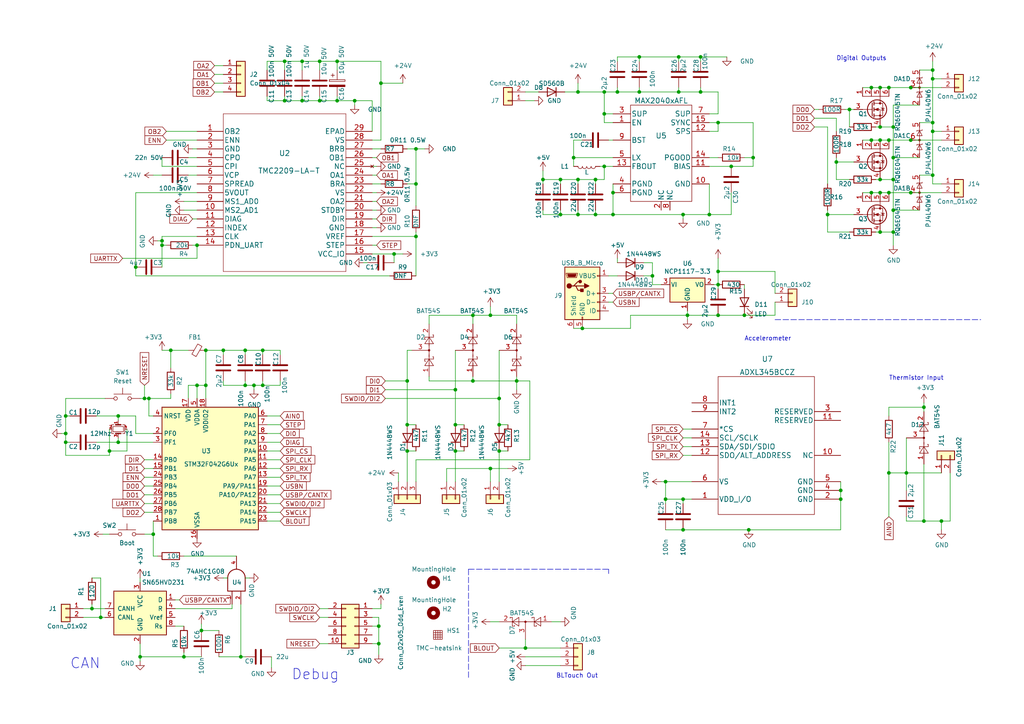
<source format=kicad_sch>
(kicad_sch (version 20211123) (generator eeschema)
  (paper "A4")
  (junction (at 102.87 29.21))
  (junction (at 109.855 181.61))
  (junction (at 29.21 179.07))
  (junction (at 252.73 25.4))
  (junction (at 246.38 31.75))
  (junction (at 132.08 130.81))
  (junction (at 267.97 118.11))
  (junction (at 179.07 26.67))
  (junction (at 208.28 91.44))
  (junction (at 26.67 176.53))
  (junction (at 43.18 115.57))
  (junction (at 240.03 62.23))
  (junction (at 97.79 29.21))
  (junction (at 189.23 80.01))
  (junction (at 120.65 68.58))
  (junction (at 255.27 36.83))
  (junction (at 259.08 60.96))
  (junction (at 167.64 26.67))
  (junction (at 59.69 101.6))
  (junction (at 168.91 95.25))
  (junction (at 264.16 55.88))
  (junction (at 218.44 45.72))
  (junction (at 87.63 17.78))
  (junction (at 255.27 55.88))
  (junction (at 19.05 120.65))
  (junction (at 144.78 123.19))
  (junction (at 46.99 69.85))
  (junction (at 215.9 91.44))
  (junction (at 73.66 111.76))
  (junction (at 34.29 128.27))
  (junction (at 243.84 142.24))
  (junction (at 257.81 55.88))
  (junction (at 255.27 67.31))
  (junction (at 162.56 62.23))
  (junction (at 198.12 153.67))
  (junction (at 208.28 35.56))
  (junction (at 132.08 113.03))
  (junction (at 175.26 48.26))
  (junction (at 270.51 20.32))
  (junction (at 177.8 55.88))
  (junction (at 167.64 62.23))
  (junction (at 196.85 26.67))
  (junction (at 58.42 182.88))
  (junction (at 118.11 130.81))
  (junction (at 41.91 115.57))
  (junction (at 203.2 26.67))
  (junction (at 19.05 125.73))
  (junction (at 177.8 62.23))
  (junction (at 71.12 101.6))
  (junction (at 166.37 45.72))
  (junction (at 270.51 22.86))
  (junction (at 92.71 17.78))
  (junction (at 87.63 29.21))
  (junction (at 118.11 123.19))
  (junction (at 82.55 17.78))
  (junction (at 196.85 16.51))
  (junction (at 259.08 45.72))
  (junction (at 259.08 36.83))
  (junction (at 270.51 50.8))
  (junction (at 198.12 144.78))
  (junction (at 257.81 40.64))
  (junction (at 199.39 91.44))
  (junction (at 172.72 62.23))
  (junction (at 270.51 38.1))
  (junction (at 144.78 115.57))
  (junction (at 34.29 120.65))
  (junction (at 49.53 101.6))
  (junction (at 71.12 111.76))
  (junction (at 149.86 110.49))
  (junction (at 185.42 16.51))
  (junction (at 46.99 71.12))
  (junction (at 270.51 35.56))
  (junction (at 242.57 46.99))
  (junction (at 212.09 48.26))
  (junction (at 44.45 154.94))
  (junction (at 82.55 29.21))
  (junction (at 97.79 17.78))
  (junction (at 252.73 40.64))
  (junction (at 118.11 110.49))
  (junction (at 255.27 52.07))
  (junction (at 264.16 25.4))
  (junction (at 144.78 130.81))
  (junction (at 69.85 190.5))
  (junction (at 259.08 52.07))
  (junction (at 137.16 110.49))
  (junction (at 185.42 26.67))
  (junction (at 255.27 25.4))
  (junction (at 109.855 186.69))
  (junction (at 243.84 144.78))
  (junction (at 175.26 26.67))
  (junction (at 172.72 52.07))
  (junction (at 137.16 91.44))
  (junction (at 142.24 91.44))
  (junction (at 198.12 62.23))
  (junction (at 132.08 123.19))
  (junction (at 257.81 25.4))
  (junction (at 262.89 137.16))
  (junction (at 162.56 52.07))
  (junction (at 273.05 151.13))
  (junction (at 110.49 24.13))
  (junction (at 193.04 139.7))
  (junction (at 19.05 128.27))
  (junction (at 120.65 43.18))
  (junction (at 57.15 111.76))
  (junction (at 53.34 190.5))
  (junction (at 40.64 190.5))
  (junction (at 252.73 55.88))
  (junction (at 217.17 153.67))
  (junction (at 208.28 78.74))
  (junction (at 114.3 73.66))
  (junction (at 267.97 151.13))
  (junction (at 157.48 52.07))
  (junction (at 264.16 40.64))
  (junction (at 76.2 111.76))
  (junction (at 167.64 52.07))
  (junction (at 120.65 53.34))
  (junction (at 92.71 29.21))
  (junction (at 257.81 137.16))
  (junction (at 59.69 111.76))
  (junction (at 203.2 16.51))
  (junction (at 31.75 130.81))
  (junction (at 152.4 187.96))
  (junction (at 142.24 135.89))
  (junction (at 205.74 62.23))
  (junction (at 193.04 144.78))
  (junction (at 39.37 77.47))
  (junction (at 255.27 40.64))
  (junction (at 57.15 71.12))
  (junction (at 64.77 101.6))
  (junction (at 259.08 67.31))
  (junction (at 208.28 82.55))
  (junction (at 175.26 33.02))
  (junction (at 76.2 101.6))
  (wire (pts (xy 55.88 71.12) (xy 57.15 71.12)))
  (wire (pts (xy 142.24 88.9) (xy 142.24 91.44)))
  (wire (pts (xy 267.97 118.11) (xy 257.81 118.11)))
  (wire (pts (xy 152.4 187.96) (xy 162.56 187.96)))
  (wire (pts (xy 175.26 52.07) (xy 172.72 52.07)))
  (wire (pts (xy 142.24 135.89) (xy 142.24 139.7)))
  (wire (pts (xy 107.95 58.42) (xy 109.22 58.42)))
  (wire (pts (xy 203.2 16.51) (xy 210.82 16.51)))
  (wire (pts (xy 172.72 60.96) (xy 172.72 62.23)))
  (wire (pts (xy 179.07 16.51) (xy 179.07 17.78)))
  (wire (pts (xy 45.72 69.85) (xy 46.99 69.85)))
  (wire (pts (xy 107.95 50.8) (xy 109.22 50.8)))
  (wire (pts (xy 55.88 63.5) (xy 57.15 63.5)))
  (wire (pts (xy 77.47 130.81) (xy 81.28 130.81)))
  (wire (pts (xy 149.86 110.49) (xy 153.67 110.49)))
  (wire (pts (xy 43.18 115.57) (xy 49.53 115.57)))
  (wire (pts (xy 34.29 128.27) (xy 44.45 128.27)))
  (wire (pts (xy 243.84 142.24) (xy 243.84 139.7)))
  (wire (pts (xy 176.53 80.01) (xy 179.07 80.01)))
  (wire (pts (xy 35.56 74.93) (xy 57.15 74.93)))
  (wire (pts (xy 73.66 111.76) (xy 76.2 111.76)))
  (wire (pts (xy 49.53 114.3) (xy 49.53 115.57)))
  (wire (pts (xy 199.39 91.44) (xy 199.39 92.71)))
  (wire (pts (xy 255.27 25.4) (xy 257.81 25.4)))
  (wire (pts (xy 81.28 110.49) (xy 81.28 111.76)))
  (wire (pts (xy 87.63 27.94) (xy 87.63 29.21)))
  (wire (pts (xy 152.4 190.5) (xy 162.56 190.5)))
  (wire (pts (xy 185.42 16.51) (xy 185.42 17.78)))
  (wire (pts (xy 95.25 176.53) (xy 92.71 176.53)))
  (wire (pts (xy 77.47 135.89) (xy 81.28 135.89)))
  (wire (pts (xy 250.19 25.4) (xy 252.73 25.4)))
  (wire (pts (xy 144.78 123.19) (xy 147.32 123.19)))
  (wire (pts (xy 240.03 36.83) (xy 240.03 53.34)))
  (wire (pts (xy 198.12 153.67) (xy 217.17 153.67)))
  (wire (pts (xy 167.64 62.23) (xy 172.72 62.23)))
  (wire (pts (xy 182.88 91.44) (xy 182.88 95.25)))
  (wire (pts (xy 107.95 176.53) (xy 110.49 176.53)))
  (wire (pts (xy 77.47 120.65) (xy 81.28 120.65)))
  (wire (pts (xy 270.51 50.8) (xy 270.51 53.34)))
  (wire (pts (xy 259.08 30.48) (xy 259.08 36.83)))
  (wire (pts (xy 62.23 21.59) (xy 64.77 21.59)))
  (wire (pts (xy 205.74 48.26) (xy 212.09 48.26)))
  (wire (pts (xy 77.47 138.43) (xy 81.28 138.43)))
  (wire (pts (xy 142.24 135.89) (xy 147.32 135.89)))
  (wire (pts (xy 262.89 149.86) (xy 262.89 151.13)))
  (wire (pts (xy 63.5 190.5) (xy 69.85 190.5)))
  (wire (pts (xy 57.15 68.58) (xy 46.99 68.58)))
  (wire (pts (xy 270.51 20.32) (xy 270.51 22.86)))
  (wire (pts (xy 53.34 189.23) (xy 53.34 190.5)))
  (wire (pts (xy 262.89 151.13) (xy 267.97 151.13)))
  (wire (pts (xy 198.12 144.78) (xy 198.12 146.05)))
  (wire (pts (xy 176.53 85.09) (xy 177.8 85.09)))
  (wire (pts (xy 69.85 175.26) (xy 69.85 190.5)))
  (wire (pts (xy 252.73 55.88) (xy 255.27 55.88)))
  (wire (pts (xy 157.48 60.96) (xy 157.48 62.23)))
  (wire (pts (xy 254 52.07) (xy 255.27 52.07)))
  (wire (pts (xy 41.91 146.05) (xy 44.45 146.05)))
  (wire (pts (xy 64.77 102.87) (xy 64.77 101.6)))
  (wire (pts (xy 97.79 29.21) (xy 102.87 29.21)))
  (wire (pts (xy 257.81 137.16) (xy 262.89 137.16)))
  (wire (pts (xy 24.13 179.07) (xy 29.21 179.07)))
  (wire (pts (xy 107.95 181.61) (xy 109.855 181.61)))
  (wire (pts (xy 57.15 74.93) (xy 57.15 71.12)))
  (wire (pts (xy 114.3 73.66) (xy 114.3 76.2)))
  (wire (pts (xy 118.11 53.34) (xy 120.65 53.34)))
  (wire (pts (xy 44.45 120.65) (xy 43.18 120.65)))
  (wire (pts (xy 149.86 109.22) (xy 149.86 110.49)))
  (wire (pts (xy 186.69 76.2) (xy 189.23 76.2)))
  (wire (pts (xy 132.08 130.81) (xy 132.08 139.7)))
  (wire (pts (xy 82.55 27.94) (xy 82.55 29.21)))
  (wire (pts (xy 218.44 45.72) (xy 218.44 35.56)))
  (wire (pts (xy 199.39 91.44) (xy 182.88 91.44)))
  (wire (pts (xy 242.57 45.72) (xy 242.57 46.99)))
  (wire (pts (xy 87.63 29.21) (xy 92.71 29.21)))
  (wire (pts (xy 270.51 17.78) (xy 270.51 20.32)))
  (wire (pts (xy 132.08 113.03) (xy 132.08 123.19)))
  (wire (pts (xy 118.11 101.6) (xy 118.11 110.49)))
  (wire (pts (xy 129.54 135.89) (xy 142.24 135.89)))
  (wire (pts (xy 76.2 101.6) (xy 71.12 101.6)))
  (wire (pts (xy 44.45 154.94) (xy 44.45 161.29)))
  (wire (pts (xy 41.91 154.94) (xy 44.45 154.94)))
  (wire (pts (xy 71.12 110.49) (xy 71.12 111.76)))
  (wire (pts (xy 208.28 82.55) (xy 208.28 83.82)))
  (wire (pts (xy 224.79 85.09) (xy 224.79 78.74)))
  (wire (pts (xy 198.12 144.78) (xy 193.04 144.78)))
  (wire (pts (xy 111.76 113.03) (xy 132.08 113.03)))
  (wire (pts (xy 40.64 186.69) (xy 40.64 190.5)))
  (wire (pts (xy 19.05 128.27) (xy 19.05 132.08)))
  (wire (pts (xy 50.8 173.99) (xy 52.07 173.99)))
  (wire (pts (xy 255.27 55.88) (xy 257.81 55.88)))
  (wire (pts (xy 246.38 67.31) (xy 240.03 67.31)))
  (wire (pts (xy 266.7 35.56) (xy 270.51 35.56)))
  (wire (pts (xy 144.78 115.57) (xy 144.78 123.19)))
  (wire (pts (xy 41.91 115.57) (xy 43.18 115.57)))
  (wire (pts (xy 81.28 101.6) (xy 76.2 101.6)))
  (wire (pts (xy 120.65 133.35) (xy 153.67 133.35)))
  (wire (pts (xy 242.57 46.99) (xy 242.57 52.07)))
  (wire (pts (xy 73.66 111.76) (xy 73.66 113.03)))
  (wire (pts (xy 76.2 110.49) (xy 76.2 111.76)))
  (wire (pts (xy 264.16 40.64) (xy 273.05 40.64)))
  (wire (pts (xy 240.03 62.23) (xy 247.65 62.23)))
  (wire (pts (xy 199.39 91.44) (xy 199.39 90.17)))
  (wire (pts (xy 64.77 110.49) (xy 64.77 111.76)))
  (wire (pts (xy 132.08 123.19) (xy 134.62 123.19)))
  (wire (pts (xy 203.2 16.51) (xy 196.85 16.51)))
  (wire (pts (xy 36.83 130.81) (xy 31.75 130.81)))
  (wire (pts (xy 120.65 53.34) (xy 120.65 59.69)))
  (wire (pts (xy 198.12 62.23) (xy 205.74 62.23)))
  (wire (pts (xy 243.84 153.67) (xy 243.84 144.78)))
  (wire (pts (xy 203.2 17.78) (xy 203.2 16.51)))
  (wire (pts (xy 40.64 190.5) (xy 53.34 190.5)))
  (wire (pts (xy 54.61 45.72) (xy 57.15 45.72)))
  (wire (pts (xy 71.12 167.64) (xy 72.39 167.64)))
  (wire (pts (xy 144.78 130.81) (xy 147.32 130.81)))
  (wire (pts (xy 217.17 153.67) (xy 243.84 153.67)))
  (wire (pts (xy 57.15 48.26) (xy 46.99 48.26)))
  (wire (pts (xy 137.16 91.44) (xy 142.24 91.44)))
  (wire (pts (xy 167.64 60.96) (xy 167.64 62.23)))
  (wire (pts (xy 97.79 17.78) (xy 97.79 20.32)))
  (wire (pts (xy 255.27 52.07) (xy 259.08 52.07)))
  (wire (pts (xy 44.45 151.13) (xy 44.45 154.94)))
  (polyline (pts (xy 135.89 165.1) (xy 176.53 165.1)))
  (wire (pts (xy 54.61 50.8) (xy 57.15 50.8)))
  (wire (pts (xy 240.03 62.23) (xy 240.03 67.31)))
  (wire (pts (xy 77.47 27.94) (xy 77.47 29.21)))
  (wire (pts (xy 157.48 49.53) (xy 157.48 52.07)))
  (wire (pts (xy 119.38 101.6) (xy 118.11 101.6)))
  (wire (pts (xy 259.08 52.07) (xy 259.08 60.96)))
  (wire (pts (xy 59.69 111.76) (xy 59.69 115.57)))
  (wire (pts (xy 118.11 130.81) (xy 118.11 139.7)))
  (wire (pts (xy 198.12 62.23) (xy 198.12 63.5)))
  (wire (pts (xy 118.11 130.81) (xy 120.65 130.81)))
  (wire (pts (xy 87.63 17.78) (xy 82.55 17.78)))
  (wire (pts (xy 110.49 24.13) (xy 116.84 24.13)))
  (wire (pts (xy 254 36.83) (xy 255.27 36.83)))
  (wire (pts (xy 102.87 29.21) (xy 102.87 30.48)))
  (wire (pts (xy 203.2 26.67) (xy 196.85 26.67)))
  (wire (pts (xy 36.83 124.46) (xy 36.83 130.81)))
  (wire (pts (xy 110.49 17.78) (xy 110.49 24.13)))
  (wire (pts (xy 175.26 48.26) (xy 175.26 52.07)))
  (wire (pts (xy 46.99 71.12) (xy 48.26 71.12)))
  (wire (pts (xy 262.89 137.16) (xy 273.05 137.16)))
  (wire (pts (xy 262.89 127) (xy 262.89 137.16)))
  (wire (pts (xy 40.64 115.57) (xy 41.91 115.57)))
  (wire (pts (xy 71.12 101.6) (xy 64.77 101.6)))
  (wire (pts (xy 45.72 161.29) (xy 44.45 161.29)))
  (wire (pts (xy 132.08 130.81) (xy 134.62 130.81)))
  (wire (pts (xy 48.26 40.64) (xy 57.15 40.64)))
  (wire (pts (xy 166.37 95.25) (xy 168.91 95.25)))
  (wire (pts (xy 208.28 78.74) (xy 208.28 82.55)))
  (wire (pts (xy 110.49 24.13) (xy 110.49 40.64)))
  (wire (pts (xy 257.81 137.16) (xy 257.81 149.86)))
  (wire (pts (xy 137.16 93.98) (xy 137.16 91.44)))
  (wire (pts (xy 185.42 25.4) (xy 185.42 26.67)))
  (wire (pts (xy 193.04 139.7) (xy 200.66 139.7)))
  (wire (pts (xy 243.84 144.78) (xy 243.84 142.24)))
  (wire (pts (xy 109.855 186.69) (xy 107.95 186.69)))
  (wire (pts (xy 142.24 180.34) (xy 144.78 180.34)))
  (wire (pts (xy 39.37 55.88) (xy 57.15 55.88)))
  (wire (pts (xy 177.8 53.34) (xy 177.8 55.88)))
  (wire (pts (xy 218.44 48.26) (xy 218.44 45.72)))
  (wire (pts (xy 53.34 190.5) (xy 58.42 190.5)))
  (wire (pts (xy 27.94 120.65) (xy 34.29 120.65)))
  (wire (pts (xy 71.12 111.76) (xy 73.66 111.76)))
  (wire (pts (xy 109.855 186.69) (xy 109.855 189.865)))
  (wire (pts (xy 224.79 87.63) (xy 224.79 91.44)))
  (wire (pts (xy 46.99 68.58) (xy 46.99 69.85)))
  (wire (pts (xy 266.7 50.8) (xy 270.51 50.8)))
  (wire (pts (xy 172.72 52.07) (xy 172.72 53.34)))
  (wire (pts (xy 76.2 111.76) (xy 81.28 111.76)))
  (wire (pts (xy 109.855 181.61) (xy 109.855 186.69)))
  (wire (pts (xy 62.23 19.05) (xy 64.77 19.05)))
  (wire (pts (xy 236.22 31.75) (xy 237.49 31.75)))
  (wire (pts (xy 46.99 71.12) (xy 46.99 77.47)))
  (wire (pts (xy 177.8 35.56) (xy 175.26 35.56)))
  (wire (pts (xy 255.27 67.31) (xy 259.08 67.31)))
  (wire (pts (xy 162.56 60.96) (xy 162.56 62.23)))
  (wire (pts (xy 149.86 93.98) (xy 149.86 91.44)))
  (wire (pts (xy 107.95 63.5) (xy 109.22 63.5)))
  (wire (pts (xy 177.8 55.88) (xy 177.8 62.23)))
  (polyline (pts (xy 176.53 165.1) (xy 176.53 166.37)))
  (wire (pts (xy 275.59 137.16) (xy 275.59 151.13)))
  (wire (pts (xy 118.11 123.19) (xy 120.65 123.19)))
  (wire (pts (xy 107.95 43.18) (xy 110.49 43.18)))
  (wire (pts (xy 107.95 53.34) (xy 110.49 53.34)))
  (wire (pts (xy 264.16 25.4) (xy 273.05 25.4)))
  (wire (pts (xy 43.18 120.65) (xy 43.18 115.57)))
  (wire (pts (xy 54.61 111.76) (xy 54.61 115.57)))
  (wire (pts (xy 205.74 35.56) (xy 208.28 35.56)))
  (wire (pts (xy 77.47 133.35) (xy 81.28 133.35)))
  (wire (pts (xy 137.16 109.22) (xy 137.16 110.49)))
  (wire (pts (xy 58.42 182.88) (xy 63.5 182.88)))
  (wire (pts (xy 19.05 128.27) (xy 20.32 128.27)))
  (wire (pts (xy 153.67 110.49) (xy 153.67 133.35)))
  (wire (pts (xy 208.28 38.1) (xy 208.28 35.56)))
  (wire (pts (xy 255.27 36.83) (xy 259.08 36.83)))
  (wire (pts (xy 77.47 123.19) (xy 81.28 123.19)))
  (wire (pts (xy 267.97 118.11) (xy 267.97 119.38)))
  (wire (pts (xy 273.05 151.13) (xy 275.59 151.13)))
  (wire (pts (xy 264.16 55.88) (xy 273.05 55.88)))
  (wire (pts (xy 259.08 60.96) (xy 266.7 60.96)))
  (wire (pts (xy 267.97 151.13) (xy 273.05 151.13)))
  (wire (pts (xy 82.55 17.78) (xy 77.47 17.78)))
  (wire (pts (xy 175.26 35.56) (xy 175.26 33.02)))
  (wire (pts (xy 92.71 29.21) (xy 97.79 29.21)))
  (wire (pts (xy 167.64 24.13) (xy 167.64 26.67)))
  (wire (pts (xy 34.29 127) (xy 34.29 128.27)))
  (wire (pts (xy 77.47 125.73) (xy 81.28 125.73)))
  (wire (pts (xy 185.42 16.51) (xy 179.07 16.51)))
  (wire (pts (xy 167.64 52.07) (xy 172.72 52.07)))
  (wire (pts (xy 92.71 186.69) (xy 95.25 186.69)))
  (wire (pts (xy 212.09 55.88) (xy 212.09 62.23)))
  (wire (pts (xy 53.34 60.96) (xy 57.15 60.96)))
  (wire (pts (xy 198.12 129.54) (xy 200.66 129.54)))
  (wire (pts (xy 124.46 109.22) (xy 124.46 110.49)))
  (wire (pts (xy 107.95 29.21) (xy 107.95 38.1)))
  (wire (pts (xy 129.54 135.89) (xy 129.54 139.7)))
  (wire (pts (xy 77.47 17.78) (xy 77.47 20.32)))
  (wire (pts (xy 69.85 190.5) (xy 71.12 190.5)))
  (wire (pts (xy 46.99 48.26) (xy 46.99 45.72)))
  (wire (pts (xy 179.07 26.67) (xy 175.26 26.67)))
  (wire (pts (xy 250.19 40.64) (xy 252.73 40.64)))
  (wire (pts (xy 196.85 26.67) (xy 185.42 26.67)))
  (wire (pts (xy 64.77 111.76) (xy 71.12 111.76)))
  (wire (pts (xy 212.09 48.26) (xy 218.44 48.26)))
  (wire (pts (xy 76.2 102.87) (xy 76.2 101.6)))
  (wire (pts (xy 208.28 91.44) (xy 215.9 91.44)))
  (wire (pts (xy 34.29 120.65) (xy 39.37 120.65)))
  (wire (pts (xy 208.28 91.44) (xy 199.39 91.44)))
  (polyline (pts (xy 224.79 92.71) (xy 284.48 92.71)))
  (wire (pts (xy 273.05 153.67) (xy 273.05 151.13)))
  (wire (pts (xy 19.05 120.65) (xy 19.05 125.73)))
  (wire (pts (xy 114.3 73.66) (xy 116.84 73.66)))
  (wire (pts (xy 97.79 17.78) (xy 92.71 17.78)))
  (wire (pts (xy 41.91 143.51) (xy 44.45 143.51)))
  (wire (pts (xy 50.8 181.61) (xy 53.34 181.61)))
  (wire (pts (xy 177.8 62.23) (xy 198.12 62.23)))
  (wire (pts (xy 246.38 52.07) (xy 242.57 52.07)))
  (wire (pts (xy 173.99 48.26) (xy 175.26 48.26)))
  (wire (pts (xy 259.08 60.96) (xy 259.08 67.31)))
  (wire (pts (xy 224.79 78.74) (xy 208.28 78.74)))
  (wire (pts (xy 77.47 140.97) (xy 81.28 140.97)))
  (wire (pts (xy 77.47 146.05) (xy 81.28 146.05)))
  (wire (pts (xy 30.48 115.57) (xy 19.05 115.57)))
  (wire (pts (xy 77.47 128.27) (xy 81.28 128.27)))
  (wire (pts (xy 17.78 125.73) (xy 19.05 125.73)))
  (wire (pts (xy 111.76 110.49) (xy 118.11 110.49)))
  (wire (pts (xy 152.4 26.67) (xy 156.21 26.67)))
  (wire (pts (xy 44.45 125.73) (xy 39.37 125.73)))
  (wire (pts (xy 26.67 175.26) (xy 26.67 176.53)))
  (wire (pts (xy 41.91 135.89) (xy 44.45 135.89)))
  (wire (pts (xy 205.74 38.1) (xy 208.28 38.1)))
  (wire (pts (xy 189.23 80.01) (xy 189.23 82.55)))
  (wire (pts (xy 160.02 180.34) (xy 162.56 180.34)))
  (wire (pts (xy 58.42 180.975) (xy 58.42 182.88)))
  (wire (pts (xy 107.95 179.07) (xy 109.855 179.07)))
  (wire (pts (xy 142.24 91.44) (xy 149.86 91.44)))
  (wire (pts (xy 77.47 29.21) (xy 82.55 29.21)))
  (wire (pts (xy 193.04 153.67) (xy 198.12 153.67)))
  (wire (pts (xy 245.11 31.75) (xy 246.38 31.75)))
  (wire (pts (xy 110.49 17.78) (xy 97.79 17.78)))
  (wire (pts (xy 236.22 34.29) (xy 242.57 34.29)))
  (wire (pts (xy 266.7 30.48) (xy 259.08 30.48)))
  (wire (pts (xy 267.97 116.84) (xy 267.97 118.11)))
  (wire (pts (xy 167.64 52.07) (xy 167.64 53.34)))
  (wire (pts (xy 120.65 133.35) (xy 120.65 139.7)))
  (wire (pts (xy 240.03 60.96) (xy 240.03 62.23)))
  (wire (pts (xy 236.22 36.83) (xy 240.03 36.83)))
  (wire (pts (xy 193.04 139.7) (xy 193.04 144.78)))
  (wire (pts (xy 26.67 176.53) (xy 30.48 176.53)))
  (wire (pts (xy 29.845 154.94) (xy 31.75 154.94)))
  (wire (pts (xy 208.28 35.56) (xy 218.44 35.56)))
  (wire (pts (xy 196.85 16.51) (xy 185.42 16.51)))
  (wire (pts (xy 267.97 134.62) (xy 267.97 151.13)))
  (wire (pts (xy 208.28 33.02) (xy 208.28 26.67)))
  (wire (pts (xy 97.79 27.94) (xy 97.79 29.21)))
  (wire (pts (xy 115.57 137.16) (xy 115.57 139.7)))
  (wire (pts (xy 242.57 46.99) (xy 247.65 46.99)))
  (wire (pts (xy 144.78 130.81) (xy 144.78 139.7)))
  (wire (pts (xy 49.53 101.6) (xy 49.53 106.68)))
  (wire (pts (xy 198.12 132.08) (xy 200.66 132.08)))
  (wire (pts (xy 120.65 68.58) (xy 120.65 80.01)))
  (wire (pts (xy 19.05 115.57) (xy 19.05 120.65)))
  (wire (pts (xy 144.78 115.57) (xy 144.78 101.6)))
  (wire (pts (xy 208.28 26.67) (xy 203.2 26.67)))
  (wire (pts (xy 186.69 80.01) (xy 189.23 80.01)))
  (wire (pts (xy 107.95 73.66) (xy 114.3 73.66)))
  (wire (pts (xy 87.63 17.78) (xy 87.63 20.32)))
  (wire (pts (xy 41.91 140.97) (xy 44.45 140.97)))
  (wire (pts (xy 152.4 193.04) (xy 162.56 193.04)))
  (polyline (pts (xy 135.89 165.1) (xy 135.89 196.85)))
  (wire (pts (xy 107.95 55.88) (xy 109.22 55.88)))
  (wire (pts (xy 120.65 43.18) (xy 123.19 43.18)))
  (wire (pts (xy 50.8 176.53) (xy 67.31 176.53)))
  (wire (pts (xy 41.91 148.59) (xy 44.45 148.59)))
  (wire (pts (xy 54.61 111.76) (xy 57.15 111.76)))
  (wire (pts (xy 41.91 111.76) (xy 41.91 115.57)))
  (wire (pts (xy 40.64 167.64) (xy 40.64 168.91)))
  (wire (pts (xy 270.51 38.1) (xy 273.05 38.1)))
  (wire (pts (xy 224.79 91.44) (xy 215.9 91.44)))
  (wire (pts (xy 120.65 67.31) (xy 120.65 68.58)))
  (wire (pts (xy 107.95 71.12) (xy 109.22 71.12)))
  (wire (pts (xy 152.4 29.21) (xy 154.94 29.21)))
  (wire (pts (xy 175.26 26.67) (xy 175.26 33.02)))
  (wire (pts (xy 196.85 25.4) (xy 196.85 26.67)))
  (wire (pts (xy 198.12 127) (xy 200.66 127)))
  (wire (pts (xy 259.08 45.72) (xy 259.08 52.07)))
  (wire (pts (xy 166.37 40.64) (xy 168.91 40.64)))
  (wire (pts (xy 205.74 53.34) (xy 205.74 62.23)))
  (wire (pts (xy 215.9 45.72) (xy 218.44 45.72)))
  (wire (pts (xy 110.49 40.64) (xy 107.95 40.64)))
  (wire (pts (xy 198.12 124.46) (xy 200.66 124.46)))
  (wire (pts (xy 124.46 93.98) (xy 124.46 91.44)))
  (wire (pts (xy 191.77 139.7) (xy 193.04 139.7)))
  (wire (pts (xy 257.81 128.27) (xy 257.81 137.16)))
  (wire (pts (xy 215.9 82.55) (xy 215.9 83.82)))
  (wire (pts (xy 82.55 29.21) (xy 87.63 29.21)))
  (wire (pts (xy 102.87 29.21) (xy 107.95 29.21)))
  (wire (pts (xy 92.71 17.78) (xy 87.63 17.78)))
  (wire (pts (xy 137.16 110.49) (xy 149.86 110.49)))
  (wire (pts (xy 270.51 35.56) (xy 270.51 38.1)))
  (wire (pts (xy 254 67.31) (xy 255.27 67.31)))
  (wire (pts (xy 266.7 20.32) (xy 270.51 20.32)))
  (wire (pts (xy 166.37 45.72) (xy 166.37 48.26)))
  (wire (pts (xy 34.29 120.65) (xy 34.29 121.92)))
  (wire (pts (xy 107.95 68.58) (xy 120.65 68.58)))
  (wire (pts (xy 270.51 22.86) (xy 273.05 22.86)))
  (wire (pts (xy 157.48 52.07) (xy 162.56 52.07)))
  (wire (pts (xy 124.46 110.49) (xy 137.16 110.49)))
  (wire (pts (xy 259.08 67.31) (xy 259.08 71.12)))
  (wire (pts (xy 179.07 25.4) (xy 179.07 26.67)))
  (wire (pts (xy 109.855 179.07) (xy 109.855 181.61)))
  (wire (pts (xy 110.49 175.26) (xy 110.49 176.53)))
  (wire (pts (xy 162.56 52.07) (xy 162.56 53.34)))
  (wire (pts (xy 152.4 187.96) (xy 144.78 187.96)))
  (wire (pts (xy 107.95 60.96) (xy 109.22 60.96)))
  (wire (pts (xy 39.37 55.88) (xy 39.37 77.47)))
  (wire (pts (xy 107.95 66.04) (xy 109.22 66.04)))
  (wire (pts (xy 55.88 43.18) (xy 57.15 43.18)))
  (wire (pts (xy 259.08 36.83) (xy 259.08 45.72)))
  (wire (pts (xy 40.64 190.5) (xy 40.64 191.77)))
  (wire (pts (xy 179.07 74.93) (xy 179.07 76.2)))
  (wire (pts (xy 118.11 43.18) (xy 120.65 43.18)))
  (wire (pts (xy 205.74 33.02) (xy 208.28 33.02)))
  (wire (pts (xy 19.05 132.08) (xy 31.75 132.08)))
  (wire (pts (xy 252.73 25.4) (xy 255.27 25.4)))
  (wire (pts (xy 176.53 40.64) (xy 177.8 40.64)))
  (wire (pts (xy 19.05 125.73) (xy 19.05 128.27)))
  (wire (pts (xy 77.47 148.59) (xy 81.28 148.59)))
  (wire (pts (xy 259.08 45.72) (xy 266.7 45.72)))
  (wire (pts (xy 26.67 167.64) (xy 29.21 167.64)))
  (wire (pts (xy 31.75 124.46) (xy 31.75 130.81)))
  (wire (pts (xy 77.47 151.13) (xy 81.28 151.13)))
  (wire (pts (xy 157.48 62.23) (xy 162.56 62.23)))
  (wire (pts (xy 205.74 45.72) (xy 208.28 45.72)))
  (wire (pts (xy 120.65 43.18) (xy 120.65 53.34)))
  (wire (pts (xy 48.26 38.1) (xy 57.15 38.1)))
  (wire (pts (xy 262.89 142.24) (xy 262.89 137.16)))
  (wire (pts (xy 270.51 38.1) (xy 270.51 50.8)))
  (wire (pts (xy 193.04 144.78) (xy 193.04 146.05)))
  (wire (pts (xy 39.37 125.73) (xy 39.37 120.65)))
  (wire (pts (xy 27.94 128.27) (xy 34.29 128.27)))
  (wire (pts (xy 270.51 22.86) (xy 270.51 35.56)))
  (wire (pts (xy 246.38 36.83) (xy 246.38 31.75)))
  (wire (pts (xy 152.4 185.42) (xy 152.4 187.96)))
  (wire (pts (xy 176.53 87.63) (xy 177.8 87.63)))
  (wire (pts (xy 81.28 102.87) (xy 81.28 101.6)))
  (wire (pts (xy 59.69 101.6) (xy 64.77 101.6)))
  (wire (pts (xy 29.21 179.07) (xy 30.48 179.07)))
  (wire (pts (xy 105.41 76.2) (xy 106.68 76.2)))
  (wire (pts (xy 257.81 25.4) (xy 264.16 25.4)))
  (wire (pts (xy 107.95 48.26) (xy 109.22 48.26)))
  (wire (pts (xy 95.25 179.07) (xy 92.71 179.07)))
  (wire (pts (xy 205.74 62.23) (xy 212.09 62.23)))
  (wire (pts (xy 49.53 101.6) (xy 54.61 101.6)))
  (wire (pts (xy 189.23 82.55) (xy 191.77 82.55)))
  (wire (pts (xy 255.27 40.64) (xy 257.81 40.64)))
  (wire (pts (xy 71.12 102.87) (xy 71.12 101.6)))
  (wire (pts (xy 149.86 110.49) (xy 149.86 113.03)))
  (wire (pts (xy 207.01 82.55) (xy 208.28 82.55)))
  (wire (pts (xy 252.73 40.64) (xy 255.27 40.64)))
  (wire (pts (xy 200.66 144.78) (xy 198.12 144.78)))
  (wire (pts (xy 62.23 24.13) (xy 64.77 24.13)))
  (wire (pts (xy 111.76 115.57) (xy 144.78 115.57)))
  (wire (pts (xy 196.85 16.51) (xy 196.85 17.78)))
  (wire (pts (xy 62.23 26.67) (xy 64.77 26.67)))
  (wire (pts (xy 107.95 45.72) (xy 109.22 45.72)))
  (wire (pts (xy 175.26 33.02) (xy 177.8 33.02)))
  (wire (pts (xy 57.15 111.76) (xy 59.69 111.76)))
  (wire (pts (xy 166.37 45.72) (xy 166.37 40.64)))
  (wire (pts (xy 185.42 26.67) (xy 179.07 26.67)))
  (wire (pts (xy 203.2 25.4) (xy 203.2 26.67)))
  (wire (pts (xy 182.88 95.25) (xy 168.91 95.25)))
  (wire (pts (xy 163.83 26.67) (xy 167.64 26.67)))
  (wire (pts (xy 29.21 167.64) (xy 29.21 179.07)))
  (wire (pts (xy 92.71 17.78) (xy 92.71 20.32)))
  (wire (pts (xy 46.99 101.6) (xy 49.53 101.6)))
  (wire (pts (xy 64.77 167.64) (xy 66.04 167.64)))
  (wire (pts (xy 177.8 62.23) (xy 172.72 62.23)))
  (wire (pts (xy 57.15 111.76) (xy 57.15 115.57)))
  (wire (pts (xy 177.8 45.72) (xy 166.37 45.72)))
  (wire (pts (xy 257.81 55.88) (xy 264.16 55.88)))
  (wire (pts (xy 162.56 62.23) (xy 167.64 62.23)))
  (wire (pts (xy 78.74 190.5) (xy 78.74 193.675)))
  (wire (pts (xy 77.47 143.51) (xy 81.28 143.51)))
  (wire (pts (xy 132.08 113.03) (xy 132.08 101.6)))
  (wire (pts (xy 53.34 161.29) (xy 68.58 161.29)))
  (wire (pts (xy 82.55 17.78) (xy 82.55 20.32)))
  (wire (pts (xy 41.91 133.35) (xy 44.45 133.35)))
  (wire (pts (xy 19.05 120.65) (xy 20.32 120.65)))
  (wire (pts (xy 250.19 55.88) (xy 252.73 55.88)))
  (wire (pts (xy 257.81 118.11) (xy 257.81 120.65)))
  (wire (pts (xy 39.37 80.01) (xy 39.37 77.47)))
  (wire (pts (xy 92.71 27.94) (xy 92.71 29.21)))
  (wire (pts (xy 24.13 176.53) (xy 26.67 176.53)))
  (wire (pts (xy 175.26 48.26) (xy 177.8 48.26)))
  (wire (pts (xy 162.56 52.07) (xy 167.64 52.07)))
  (wire (pts (xy 53.34 58.42) (xy 57.15 58.42)))
  (wire (pts (xy 257.81 40.64) (xy 264.16 40.64)))
  (wire (pts (xy 59.69 101.6) (xy 59.69 111.76)))
  (wire (pts (xy 31.75 130.81) (xy 31.75 132.08)))
  (wire (pts (xy 41.91 138.43) (xy 44.45 138.43)))
  (wire (pts (xy 167.64 26.67) (xy 175.26 26.67)))
  (wire (pts (xy 270.51 53.34) (xy 273.05 53.34)))
  (wire (pts (xy 118.11 110.49) (xy 118.11 123.19)))
  (wire (pts (xy 67.31 176.53) (xy 67.31 175.26)))
  (wire (pts (xy 246.38 31.75) (xy 247.65 31.75)))
  (wire (pts (xy 46.99 69.85) (xy 46.99 71.12)))
  (wire (pts (xy 208.28 74.93) (xy 208.28 78.74)))
  (wire (pts (xy 189.23 76.2) (xy 189.23 80.01)))
  (wire (pts (xy 157.48 52.07) (xy 157.48 53.34)))
  (wire (pts (xy 44.45 50.8) (xy 46.99 50.8)))
  (wire (pts (xy 113.03 80.01) (xy 39.37 80.01)))
  (wire (pts (xy 124.46 91.44) (xy 137.16 91.44)))
  (wire (pts (xy 242.57 34.29) (xy 242.57 38.1)))
  (text "BLTouch Out" (at 161.29 196.85 0) (effects (font (size 1.27 1.27)) (justify left bottom)))
  (text "Thermistor Input" (at 257.81 110.49 0) (effects (font (size 1.27 1.27)) (justify left bottom)))
  (text "Debug" (at 98.425 197.485 180) (effects (font (size 3 3)) (justify right bottom)))
  (text "CAN	" (at 31.75 194.31 180) (effects (font (size 3 3)) (justify right bottom)))
  (text "Accelerometer" (at 215.9 99.06 0) (effects (font (size 1.27 1.27)) (justify left bottom)))
  (text "Digital Outputs" (at 242.57 17.78 0) (effects (font (size 1.27 1.27)) (justify left bottom)))
  (global_label "BLOUT" (shape input) (at 144.78 187.96 180) (property "Intersheet References" "${INTERSHEET_REFS}" (effects hide)))
  (global_label "SPI_CS" (shape input) (at 198.12 124.46 180) (property "Intersheet References" "${INTERSHEET_REFS}" (effects hide)))
  (global_label "SWDIO{slash}DI2" (shape input) (at 81.28 146.05 0) (property "Intersheet References" "${INTERSHEET_REFS}" (effects hide)))
  (global_label "OB2" (shape input) (at 48.26 38.1 180) (property "Intersheet References" "${INTERSHEET_REFS}" (effects hide)))
  (global_label "DO1" (shape input) (at 41.91 143.51 180) (property "Intersheet References" "${INTERSHEET_REFS}" (effects hide)))
  (global_label "SPI_TX" (shape input) (at 81.28 138.43 0) (property "Intersheet References" "${INTERSHEET_REFS}" (effects hide)))
  (global_label "SPI_TX" (shape input) (at 198.12 129.54 180) (property "Intersheet References" "${INTERSHEET_REFS}" (effects hide)))
  (global_label "UARTTX" (shape input) (at 35.56 74.93 180) (property "Intersheet References" "${INTERSHEET_REFS}" (effects hide)))
  (global_label "USBP{slash}CANTX" (shape input) (at 177.8 85.09 0) (property "Intersheet References" "${INTERSHEET_REFS}" (effects hide)))
  (global_label "DO2" (shape input) (at 236.22 36.83 180) (property "Intersheet References" "${INTERSHEET_REFS}" (effects hide)))
  (global_label "DI1" (shape input) (at 111.76 113.03 180) (property "Intersheet References" "${INTERSHEET_REFS}" (effects hide)))
  (global_label "OB1" (shape input) (at 62.23 24.13 180) (property "Intersheet References" "${INTERSHEET_REFS}" (effects hide)))
  (global_label "DO1" (shape input) (at 236.22 34.29 180) (property "Intersheet References" "${INTERSHEET_REFS}" (effects hide)))
  (global_label "SPI_CS" (shape input) (at 81.28 130.81 0) (property "Intersheet References" "${INTERSHEET_REFS}" (effects hide)))
  (global_label "SWDIO{slash}DI2" (shape input) (at 111.76 115.57 180) (property "Intersheet References" "${INTERSHEET_REFS}" (effects hide)))
  (global_label "USBP{slash}CANTX" (shape input) (at 52.07 173.99 0) (property "Intersheet References" "${INTERSHEET_REFS}" (effects hide)))
  (global_label "UARTTX" (shape input) (at 41.91 146.05 180) (property "Intersheet References" "${INTERSHEET_REFS}" (effects hide)))
  (global_label "SWCLK" (shape input) (at 92.71 179.07 180) (property "Intersheet References" "${INTERSHEET_REFS}" (effects hide)))
  (global_label "AIN0" (shape input) (at 257.81 149.86 270) (property "Intersheet References" "${INTERSHEET_REFS}" (effects hide)))
  (global_label "OA1" (shape input) (at 109.22 50.8 0) (property "Intersheet References" "${INTERSHEET_REFS}" (effects hide)))
  (global_label "OA2" (shape input) (at 109.22 58.42 0) (property "Intersheet References" "${INTERSHEET_REFS}" (effects hide)))
  (global_label "SPI_RX" (shape input) (at 81.28 135.89 0) (property "Intersheet References" "${INTERSHEET_REFS}" (effects hide)))
  (global_label "USBN" (shape input) (at 177.8 87.63 0) (property "Intersheet References" "${INTERSHEET_REFS}" (effects hide)))
  (global_label "SPI_RX" (shape input) (at 198.12 132.08 180) (property "Intersheet References" "${INTERSHEET_REFS}" (effects hide)))
  (global_label "NRESET" (shape input) (at 92.71 186.69 180) (property "Intersheet References" "${INTERSHEET_REFS}" (effects hide)))
  (global_label "BLOUT" (shape input) (at 81.28 151.13 0) (property "Intersheet References" "${INTERSHEET_REFS}" (effects hide)))
  (global_label "SWCLK" (shape input) (at 81.28 148.59 0) (property "Intersheet References" "${INTERSHEET_REFS}" (effects hide)))
  (global_label "ENN" (shape input) (at 41.91 138.43 180) (property "Intersheet References" "${INTERSHEET_REFS}" (effects hide)))
  (global_label "DO0" (shape input) (at 41.91 140.97 180) (property "Intersheet References" "${INTERSHEET_REFS}" (effects hide)))
  (global_label "DO2" (shape input) (at 41.91 148.59 180) (property "Intersheet References" "${INTERSHEET_REFS}" (effects hide)))
  (global_label "USBN" (shape input) (at 81.28 140.97 0) (property "Intersheet References" "${INTERSHEET_REFS}" (effects hide)))
  (global_label "AIN0" (shape input) (at 81.28 120.65 0) (property "Intersheet References" "${INTERSHEET_REFS}" (effects hide)))
  (global_label "DI0" (shape input) (at 111.76 110.49 180) (property "Intersheet References" "${INTERSHEET_REFS}" (effects hide)))
  (global_label "SWDIO{slash}DI2" (shape input) (at 92.71 176.53 180) (property "Intersheet References" "${INTERSHEET_REFS}" (effects hide)))
  (global_label "OB2" (shape input) (at 62.23 26.67 180) (property "Intersheet References" "${INTERSHEET_REFS}" (effects hide)))
  (global_label "OA1" (shape input) (at 62.23 21.59 180) (property "Intersheet References" "${INTERSHEET_REFS}" (effects hide)))
  (global_label "DIAG" (shape input) (at 81.28 128.27 0) (property "Intersheet References" "${INTERSHEET_REFS}" (effects hide)))
  (global_label "SPI_CLK" (shape input) (at 198.12 127 180) (property "Intersheet References" "${INTERSHEET_REFS}" (effects hide)))
  (global_label "NRESET" (shape input) (at 41.91 111.76 90) (property "Intersheet References" "${INTERSHEET_REFS}" (effects hide)))
  (global_label "STEP" (shape input) (at 109.22 71.12 0) (property "Intersheet References" "${INTERSHEET_REFS}" (effects hide)))
  (global_label "OA2" (shape input) (at 62.23 19.05 180) (property "Intersheet References" "${INTERSHEET_REFS}" (effects hide)))
  (global_label "DIR" (shape input) (at 41.91 133.35 180) (property "Intersheet References" "${INTERSHEET_REFS}" (effects hide)))
  (global_label "DIR" (shape input) (at 109.22 63.5 0) (property "Intersheet References" "${INTERSHEET_REFS}" (effects hide)))
  (global_label "SPI_CLK" (shape input) (at 81.28 133.35 0) (property "Intersheet References" "${INTERSHEET_REFS}" (effects hide)))
  (global_label "OB1" (shape input) (at 109.22 45.72 0) (property "Intersheet References" "${INTERSHEET_REFS}" (effects hide)))
  (global_label "ENN" (shape input) (at 48.26 40.64 180) (property "Intersheet References" "${INTERSHEET_REFS}" (effects hide)))
  (global_label "DI1" (shape input) (at 41.91 135.89 180) (property "Intersheet References" "${INTERSHEET_REFS}" (effects hide)))
  (global_label "DO0" (shape input) (at 236.22 31.75 180) (property "Intersheet References" "${INTERSHEET_REFS}" (effects hide)))
  (global_label "STEP" (shape input) (at 81.28 123.19 0) (property "Intersheet References" "${INTERSHEET_REFS}" (effects hide)))
  (global_label "DI0" (shape input) (at 81.28 125.73 0) (property "Intersheet References" "${INTERSHEET_REFS}" (effects hide)))
  (global_label "DIAG" (shape input) (at 55.88 63.5 180) (property "Intersheet References" "${INTERSHEET_REFS}" (effects hide)))
  (global_label "USBP{slash}CANTX" (shape input) (at 81.28 143.51 0) (property "Intersheet References" "${INTERSHEET_REFS}" (effects hide)))
  (symbol (lib_id "Device:R") (at 49.53 110.49 180) (unit 1)
    (property "Reference" "R2" (at 52.07 110.49 90))
    (property "Value" "33k" (at 49.53 110.49 90))
    (property "Footprint" "Resistor_SMD:R_0603_1608Metric" (effects hide))
  )
  (symbol (lib_id "Connector_Generic:Conn_01x04") (at 69.85 21.59 0) (unit 1)
    (property "Reference" "J2" (at 72.39 21.5899 0) (effects (justify left)))
    (property "Value" "Conn_01x04" (at 72.39 24.1299 0) (effects (justify left)))
    (property "Footprint" "votoco:JST_PH_B4B-PH-SM4-TB_1x04-1MP_P2.00mm_Vertical" (effects hide))
  )
  (symbol (lib_id "power:GND") (at 109.855 189.865 0) (mirror y) (unit 1)
    (property "Reference" "#PWR023" (effects hide))
    (property "Value" "GND" (at 107.95 191.614 0) (effects (justify left)))
  )
  (symbol (lib_id "Connector_Generic:Conn_01x02") (at 129.54 144.78 90) (mirror x) (unit 1)
    (property "Reference" "J5" (at 129.5399 147.32 0) (effects (justify left)))
    (property "Value" "Conn_01x02" (at 134.62 138.43 0) (effects (justify left)))
    (property "Footprint" "votoco:JST_PH_B2B-PH-SM4-TB_1x02-1MP_P2.00mm_Vertical" (effects hide))
  )
  (symbol (lib_id "power:GND") (at 72.39 167.64 90) (unit 1)
    (property "Reference" "#PWR014" (effects hide))
    (property "Value" "GND" (at 73.025 173.355 0) (effects (justify left)))
  )
  (symbol (lib_id "Diode:1N4448WS") (at 182.88 76.2 180) (unit 1)
    (property "Reference" "D9" (at 184.15 77.47 0) (effects (justify right)))
    (property "Value" "1N4448WS" (at 181.61 73.66 0) (effects (justify right)))
    (property "Footprint" "Diode_SMD:D_SOD-323" (effects hide))
    (property "Datasheet" "https://www.vishay.com/docs/81387/1n4448ws.pdf" (effects hide))
  )
  (symbol (lib_id "Device:C") (at 193.04 149.86 0) (unit 1)
    (property "Reference" "C25" (at 191.77 147.32 90))
    (property "Value" "100n" (at 193.04 158.75 90))
    (property "Footprint" "Capacitor_SMD:C_0603_1608Metric" (effects hide))
  )
  (symbol (lib_id "power:GND") (at 154.94 29.21 90) (unit 1)
    (property "Reference" "#PWR035" (effects hide))
    (property "Value" "GND" (at 158.75 29.2099 90) (effects (justify right)))
  )
  (symbol (lib_id "Switch:SW_Push") (at 35.56 115.57 0) (unit 1)
    (property "Reference" "SW1" (at 35.56 107.95 0))
    (property "Value" "Reset" (at 35.56 110.49 0))
    (property "Footprint" "votoco:SW_Push_1P1T-Pana_EVPAA" (effects hide))
  )
  (symbol (lib_id "Device:C") (at 81.28 106.68 0) (unit 1)
    (property "Reference" "C12" (at 80.01 104.14 90))
    (property "Value" "100n" (at 82.55 111.76 90))
    (property "Footprint" "Capacitor_SMD:C_0603_1608Metric" (effects hide))
  )
  (symbol (lib_id "Device:R") (at 250.19 67.31 90) (unit 1)
    (property "Reference" "R21" (at 245.11 68.58 90))
    (property "Value" "33k" (at 250.19 67.31 90))
    (property "Footprint" "Resistor_SMD:R_0603_1608Metric" (effects hide))
  )
  (symbol (lib_id "Device:C") (at 92.71 24.13 0) (unit 1)
    (property "Reference" "C15" (at 93.98 27.94 90))
    (property "Value" "10u 50V" (at 93.98 17.78 90))
    (property "Footprint" "Capacitor_SMD:C_0603_1608Metric" (effects hide))
  )
  (symbol (lib_id "Device:C") (at 71.12 106.68 0) (unit 1)
    (property "Reference" "C8" (at 69.85 104.14 90))
    (property "Value" "100n" (at 69.85 115.57 90))
    (property "Footprint" "Capacitor_SMD:C_0603_1608Metric" (effects hide))
  )
  (symbol (lib_id "Connector_Generic:Conn_01x02") (at 229.87 87.63 0) (mirror x) (unit 1)
    (property "Reference" "J10" (at 232.41 87.6301 0) (effects (justify left)))
    (property "Value" "Conn_01x02" (at 223.52 82.55 0) (effects (justify left)))
    (property "Footprint" "votoco:JST_PH_B2B-PH-SM4-TB_1x02-1MP_P2.00mm_Vertical" (effects hide))
  )
  (symbol (lib_id "Connector_Generic:Conn_01x02") (at 273.05 132.08 90) (unit 1)
    (property "Reference" "J11" (at 273.0499 129.54 0) (effects (justify left)))
    (property "Value" "Conn_01x02" (at 278.13 138.43 0) (effects (justify left)))
    (property "Footprint" "votoco:JST_PH_B2B-PH-SM4-TB_1x02-1MP_P2.00mm_Vertical" (effects hide))
  )
  (symbol (lib_id "power:+3V3") (at 64.77 167.64 90) (mirror x) (unit 1)
    (property "Reference" "#PWR013" (effects hide))
    (property "Value" "+3V3" (at 55.88 167.64 90) (effects (justify right)))
  )
  (symbol (lib_id "Device:C") (at 157.48 57.15 0) (unit 1)
    (property "Reference" "C18" (at 156.21 54.61 90))
    (property "Value" "100n" (at 156.21 60.96 90))
    (property "Footprint" "Capacitor_SMD:C_0603_1608Metric" (effects hide))
  )
  (symbol (lib_id "power:+24V") (at 115.57 137.16 90) (unit 1)
    (property "Reference" "#PWR025" (effects hide))
    (property "Value" "+24V" (at 111.76 137.1599 90) (effects (justify left)))
  )
  (symbol (lib_id "Device:R") (at 26.67 171.45 180) (unit 1)
    (property "Reference" "R1" (at 23.495 170.18 90) (effects (justify left)))
    (property "Value" "120" (at 26.67 169.545 90) (effects (justify left)))
    (property "Footprint" "Resistor_SMD:R_0603_1608Metric" (effects hide))
  )
  (symbol (lib_id "power:GND") (at 73.66 113.03 0) (unit 1)
    (property "Reference" "#PWR015" (effects hide))
    (property "Value" "GND" (at 73.787 117.4242 0))
  )
  (symbol (lib_id "Device:R") (at 241.3 31.75 270) (unit 1)
    (property "Reference" "R17" (at 242.57 29.21 90))
    (property "Value" "100R" (at 241.3 31.75 90))
    (property "Footprint" "Resistor_SMD:R_0603_1608Metric" (effects hide))
  )
  (symbol (lib_id "Connector_Generic:Conn_01x03") (at 118.11 144.78 90) (mirror x) (unit 1)
    (property "Reference" "J4" (at 116.8399 147.32 0) (effects (justify left)))
    (property "Value" "Conn_01x03" (at 113.03 139.7 0) (effects (justify left)))
    (property "Footprint" "votoco:JST_PH_B3B-PH-SM4-TB_1x03-1MP_P2.00mm_Vertical" (effects hide))
  )
  (symbol (lib_id "Device:C") (at 43.18 77.47 270) (unit 1)
    (property "Reference" "C3" (at 45.72 76.2 90))
    (property "Value" "4u7" (at 39.37 76.2 90))
    (property "Footprint" "Capacitor_SMD:C_0603_1608Metric" (effects hide))
  )
  (symbol (lib_id "Device:C") (at 162.56 57.15 0) (unit 1)
    (property "Reference" "C19" (at 161.29 54.61 90))
    (property "Value" "100n" (at 161.29 60.96 90))
    (property "Footprint" "Capacitor_SMD:C_0603_1608Metric" (effects hide))
  )
  (symbol (lib_id "Connector_Generic:Conn_01x03") (at 167.64 190.5 0) (unit 1)
    (property "Reference" "J8" (at 170.18 189.2299 0) (effects (justify left)))
    (property "Value" "Conn_01x03" (at 162.56 185.42 0) (effects (justify left)))
    (property "Footprint" "votoco:JST_PH_B3B-PH-SM4-TB_1x03-1MP_P2.00mm_Vertical" (effects hide))
  )
  (symbol (lib_id "MCU_ST_STM32F0:STM32F042G6Ux") (at 62.23 135.89 0) (unit 1)
    (property "Reference" "U3" (at 58.42 130.81 0) (effects (justify left)))
    (property "Value" "STM32F042G6Ux" (at 53.34 134.62 0) (effects (justify left)))
    (property "Footprint" "Package_DFN_QFN:QFN-28_4x4mm_P0.5mm" (effects hide))
    (property "Datasheet" "http://www.st.com/st-web-ui/static/active/en/resource/technical/document/datasheet/DM00105814.pdf" (effects hide))
  )
  (symbol (lib_id "Device:R") (at 114.3 53.34 270) (unit 1)
    (property "Reference" "R8" (at 111.76 53.34 90) (effects (justify left)))
    (property "Value" "0R11 0.5W" (at 118.11 48.26 0) (effects (justify left)))
    (property "Footprint" "Resistor_SMD:R_0805_2012Metric" (effects hide))
  )
  (symbol (lib_id "Device:C") (at 179.07 21.59 0) (unit 1)
    (property "Reference" "C23" (at 177.8 19.05 90))
    (property "Value" "2µ2" (at 175.26 24.13 90))
    (property "Footprint" "Capacitor_SMD:C_0603_1608Metric" (effects hide))
  )
  (symbol (lib_id "Device:C") (at 262.89 146.05 0) (unit 1)
    (property "Reference" "C31" (at 264.16 148.59 90))
    (property "Value" "2µ2" (at 264.16 142.24 90))
    (property "Footprint" "Capacitor_SMD:C_0603_1608Metric" (effects hide))
  )
  (symbol (lib_id "power:GND") (at 123.19 43.18 90) (unit 1)
    (property "Reference" "#PWR028" (effects hide))
    (property "Value" "GND" (at 128.27 43.1799 90) (effects (justify right)))
  )
  (symbol (lib_id "votoco:PJ4L40W6") (at 266.7 25.4 0) (unit 4)
    (property "Reference" "DA1" (at 259.08 22.86 0) (effects (justify left)))
    (property "Value" "PJ4L40W6" (at 269.24 35.56 90) (effects (justify left)))
    (property "Footprint" "Package_TO_SOT_SMD:SOT-23-6" (effects hide))
  )
  (symbol (lib_id "power:GND") (at 162.56 180.34 90) (unit 1)
    (property "Reference" "#PWR037" (effects hide))
    (property "Value" "GND" (at 166.37 177.8 0))
  )
  (symbol (lib_id "power:GND") (at 105.41 76.2 270) (unit 1)
    (property "Reference" "#PWR018" (effects hide))
    (property "Value" "GND" (at 100.33 76.2 90))
  )
  (symbol (lib_id "power:GND") (at 217.17 153.67 0) (unit 1)
    (property "Reference" "#PWR045" (effects hide))
    (property "Value" "GND" (at 217.297 158.0642 0))
  )
  (symbol (lib_id "power:GND") (at 109.22 60.96 90) (unit 1)
    (property "Reference" "#PWR021" (effects hide))
    (property "Value" "GND" (at 114.3 60.96 90))
  )
  (symbol (lib_id "Diode:BAT54S") (at 124.46 101.6 270) (mirror x) (unit 1)
    (property "Reference" "D2" (at 120.65 97.79 90) (effects (justify left)))
    (property "Value" "BAT54S" (at 120.65 90.17 90) (effects (justify left)))
    (property "Footprint" "Package_TO_SOT_SMD:SOT-23" (effects hide))
    (property "Datasheet" "https://www.diodes.com/assets/Datasheets/ds11005.pdf" (effects hide))
  )
  (symbol (lib_id "Device:C") (at 76.2 106.68 0) (unit 1)
    (property "Reference" "C10" (at 74.93 104.14 90))
    (property "Value" "100n" (at 77.47 114.3 90))
    (property "Footprint" "Capacitor_SMD:C_0603_1608Metric" (effects hide))
  )
  (symbol (lib_id "HeCo-rescue:+3.3V-power") (at 191.77 139.7 90) (unit 1)
    (property "Reference" "#PWR040" (effects hide))
    (property "Value" "+3.3V" (at 187.3758 139.319 0))
  )
  (symbol (lib_id "Device:R") (at 147.32 127 0) (mirror x) (unit 1)
    (property "Reference" "R13" (at 149.86 124.46 90) (effects (justify left)))
    (property "Value" "4k7" (at 147.32 124.46 90) (effects (justify left)))
    (property "Footprint" "Resistor_SMD:R_0603_1608Metric" (effects hide))
  )
  (symbol (lib_id "Device:R") (at 49.53 161.29 90) (mirror x) (unit 1)
    (property "Reference" "R3" (at 52.07 163.83 90) (effects (justify left)))
    (property "Value" "10k" (at 52.07 161.29 90) (effects (justify left)))
    (property "Footprint" "Resistor_SMD:R_0603_1608Metric" (effects hide))
  )
  (symbol (lib_id "power:+24V") (at 167.64 24.13 0) (unit 1)
    (property "Reference" "#PWR038" (effects hide))
    (property "Value" "+24V" (at 167.64 19.05 0))
  )
  (symbol (lib_id "Connector_Generic:Conn_01x02") (at 278.13 38.1 0) (unit 1)
    (property "Reference" "J13" (at 280.67 38.0999 0) (effects (justify left)))
    (property "Value" "Conn_01x02" (at 271.78 43.18 0) (effects (justify left)))
    (property "Footprint" "votoco:JST_PH_B2B-PH-SM4-TB_1x02-1MP_P2.00mm_Vertical" (effects hide))
  )
  (symbol (lib_id "power:GND") (at 53.34 60.96 270) (unit 1)
    (property "Reference" "#PWR09" (effects hide))
    (property "Value" "GND" (at 48.9458 61.087 0))
  )
  (symbol (lib_id "HeCo-rescue:+3.3V-power") (at 116.84 73.66 270) (unit 1)
    (property "Reference" "#PWR027" (effects hide))
    (property "Value" "+3.3V" (at 124.46 73.66 90))
  )
  (symbol (lib_id "Device:C") (at 24.13 120.65 90) (unit 1)
    (property "Reference" "C1" (at 22.606 119.634 90) (effects (justify left)))
    (property "Value" "12p" (at 29.21 119.38 90) (effects (justify left)))
    (property "Footprint" "Capacitor_SMD:C_0603_1608Metric" (effects hide))
  )
  (symbol (lib_id "HeCo-rescue:+3.3V-power") (at 53.34 58.42 90) (unit 1)
    (property "Reference" "#PWR08" (effects hide))
    (property "Value" "+3.3V" (at 52.07 54.61 0))
  )
  (symbol (lib_id "Device:C") (at 87.63 24.13 0) (unit 1)
    (property "Reference" "C14" (at 88.9 27.94 90))
    (property "Value" "1u 50V" (at 88.9 16.51 90))
    (property "Footprint" "Capacitor_SMD:C_0603_1608Metric" (effects hide))
  )
  (symbol (lib_id "Diode:1N4448WS") (at 144.78 127 90) (unit 1)
    (property "Reference" "D5" (at 143.51 128.27 0) (effects (justify right)))
    (property "Value" "1N4448WS" (at 139.7 123.19 0) (effects (justify right)))
    (property "Footprint" "Diode_SMD:D_SOD-323" (effects hide))
    (property "Datasheet" "https://www.vishay.com/docs/81387/1n4448ws.pdf" (effects hide))
  )
  (symbol (lib_id "Regulator_Linear:NCP1117-3.3_SOT223") (at 199.39 82.55 0) (unit 1)
    (property "Reference" "U6" (at 199.39 76.4032 0))
    (property "Value" "NCP1117-3.3" (at 199.39 78.7146 0))
    (property "Footprint" "Package_TO_SOT_SMD:SOT-223-3_TabPin2" (effects hide))
    (property "Datasheet" "http://www.onsemi.com/pub_link/Collateral/NCP1117-D.PDF" (effects hide))
  )
  (symbol (lib_id "Device:C") (at 64.77 106.68 0) (unit 1)
    (property "Reference" "C7" (at 63.5 104.14 90))
    (property "Value" "2µ2" (at 63.5 110.49 90))
    (property "Footprint" "Capacitor_SMD:C_0603_1608Metric" (effects hide))
  )
  (symbol (lib_id "power:GND") (at 210.82 16.51 0) (unit 1)
    (property "Reference" "#PWR044" (effects hide))
    (property "Value" "GND" (at 214.63 17.7799 0) (effects (justify left)))
  )
  (symbol (lib_id "power:GND") (at 55.88 43.18 270) (unit 1)
    (property "Reference" "#PWR010" (effects hide))
    (property "Value" "GND" (at 52.07 41.91 90))
  )
  (symbol (lib_id "Device:C") (at 50.8 50.8 270) (unit 1)
    (property "Reference" "C5" (at 53.34 52.07 90))
    (property "Value" "100n 50V" (at 50.8 54.61 90))
    (property "Footprint" "Capacitor_SMD:C_0603_1608Metric" (effects hide))
  )
  (symbol (lib_id "power:GND") (at 198.12 63.5 0) (unit 1)
    (property "Reference" "#PWR041" (effects hide))
    (property "Value" "GND" (at 201.93 64.7699 0) (effects (justify left)))
  )
  (symbol (lib_id "Diode:1N4448WS") (at 118.11 127 90) (unit 1)
    (property "Reference" "D1" (at 116.84 128.27 0) (effects (justify right)))
    (property "Value" "1N4448WS" (at 113.03 123.19 0) (effects (justify right)))
    (property "Footprint" "Diode_SMD:D_SOD-323" (effects hide))
    (property "Datasheet" "https://www.vishay.com/docs/81387/1n4448ws.pdf" (effects hide))
  )
  (symbol (lib_id "power:+5V") (at 179.07 74.93 0) (unit 1)
    (property "Reference" "#PWR039" (effects hide))
    (property "Value" "+5V" (at 179.07 71.12 0))
  )
  (symbol (lib_id "Device:C") (at 82.55 24.13 0) (unit 1)
    (property "Reference" "C13" (at 83.82 27.94 90))
    (property "Value" "100n 50V" (at 83.82 17.78 90))
    (property "Footprint" "Capacitor_SMD:C_0603_1608Metric" (effects hide))
  )
  (symbol (lib_id "Device:C") (at 203.2 21.59 0) (unit 1)
    (property "Reference" "C28" (at 201.93 19.05 90))
    (property "Value" "100n" (at 204.47 17.78 90))
    (property "Footprint" "Capacitor_SMD:C_0603_1608Metric" (effects hide))
  )
  (symbol (lib_id "Connector:USB_B_Micro") (at 168.91 85.09 0) (unit 1)
    (property "Reference" "J9" (at 161.925 85.725 0))
    (property "Value" "USB_B_Micro" (at 168.91 76.2786 0))
    (property "Footprint" "Connector_USB:USB_Micro-B_Wuerth_614105150721_Vertical_CircularHoles" (effects hide))
  )
  (symbol (lib_id "Device:R") (at 250.19 52.07 90) (unit 1)
    (property "Reference" "R20" (at 245.11 53.34 90))
    (property "Value" "33k" (at 250.19 52.07 90))
    (property "Footprint" "Resistor_SMD:R_0603_1608Metric" (effects hide))
  )
  (symbol (lib_id "Device:R") (at 250.19 36.83 90) (unit 1)
    (property "Reference" "R19" (at 245.11 38.1 90))
    (property "Value" "33k" (at 250.19 36.83 90))
    (property "Footprint" "Resistor_SMD:R_0603_1608Metric" (effects hide))
  )
  (symbol (lib_id "Device:C") (at 198.12 149.86 0) (unit 1)
    (property "Reference" "C27" (at 196.85 147.32 90))
    (property "Value" "100n" (at 198.12 158.75 90))
    (property "Footprint" "Capacitor_SMD:C_0603_1608Metric" (effects hide))
  )
  (symbol (lib_id "Diode:BAT54S") (at 137.16 101.6 270) (mirror x) (unit 1)
    (property "Reference" "D4" (at 133.35 97.79 90) (effects (justify left)))
    (property "Value" "BAT54S" (at 133.35 90.17 90) (effects (justify left)))
    (property "Footprint" "Package_TO_SOT_SMD:SOT-23" (effects hide))
    (property "Datasheet" "https://www.diodes.com/assets/Datasheets/ds11005.pdf" (effects hide))
  )
  (symbol (lib_id "Interface_CAN_LIN:SN65HVD231") (at 40.64 176.53 0) (mirror y) (unit 1)
    (property "Reference" "U1" (at 41.1606 166.37 0) (effects (justify right)))
    (property "Value" "SN65HVD231" (at 41.1606 168.91 0) (effects (justify right)))
    (property "Footprint" "Package_SO:SOIC-8_3.9x4.9mm_P1.27mm" (effects hide))
    (property "Datasheet" "http://www.ti.com/lit/ds/symlink/sn65hvd230.pdf" (effects hide))
  )
  (symbol (lib_id "Device:R") (at 63.5 186.69 0) (mirror x) (unit 1)
    (property "Reference" "R6" (at 66.04 184.15 90) (effects (justify left)))
    (property "Value" "100k" (at 63.5 184.15 90) (effects (justify left)))
    (property "Footprint" "Resistor_SMD:R_0603_1608Metric" (effects hide))
  )
  (symbol (lib_id "Device:C") (at 172.72 40.64 90) (unit 1)
    (property "Reference" "C21" (at 170.18 41.91 90))
    (property "Value" "100n" (at 167.64 39.37 90))
    (property "Footprint" "Capacitor_SMD:C_0603_1608Metric" (effects hide))
  )
  (symbol (lib_id "power:GND") (at 109.22 48.26 90) (unit 1)
    (property "Reference" "#PWR019" (effects hide))
    (property "Value" "GND" (at 114.3 48.26 90))
  )
  (symbol (lib_id "Device:R") (at 257.81 124.46 0) (unit 1)
    (property "Reference" "R22" (at 259.08 129.54 90))
    (property "Value" "4k7" (at 257.81 124.46 90))
    (property "Footprint" "Resistor_SMD:R_0603_1608Metric" (effects hide))
  )
  (symbol (lib_id "votoco:PJ4L40W6") (at 266.7 40.64 0) (unit 3)
    (property "Reference" "DA1" (at 259.08 39.37 0) (effects (justify left)))
    (property "Value" "PJ4L40W6" (at 269.24 50.8 90) (effects (justify left)))
    (property "Footprint" "Package_TO_SOT_SMD:SOT-23-6" (effects hide))
  )
  (symbol (lib_id "Device:C") (at 196.85 21.59 0) (unit 1)
    (property "Reference" "C26" (at 195.58 19.05 90))
    (property "Value" "2µ2" (at 198.12 19.05 90))
    (property "Footprint" "Capacitor_SMD:C_0603_1608Metric" (effects hide))
  )
  (symbol (lib_id "Device:C") (at 77.47 24.13 0) (unit 1)
    (property "Reference" "C11" (at 78.74 27.94 90))
    (property "Value" "100n 50V" (at 78.74 17.78 90))
    (property "Footprint" "Capacitor_SMD:C_0603_1608Metric" (effects hide))
  )
  (symbol (lib_id "Device:R") (at 120.65 63.5 0) (mirror x) (unit 1)
    (property "Reference" "R10" (at 118.11 62.23 90) (effects (justify left)))
    (property "Value" "DNF" (at 120.65 62.23 90) (effects (justify left)))
    (property "Footprint" "Resistor_SMD:R_0603_1608Metric" (effects hide))
  )
  (symbol (lib_id "Device:R") (at 120.65 127 0) (mirror x) (unit 1)
    (property "Reference" "R11" (at 123.19 124.46 90) (effects (justify left)))
    (property "Value" "4k7" (at 120.65 124.46 90) (effects (justify left)))
    (property "Footprint" "Resistor_SMD:R_0603_1608Metric" (effects hide))
  )
  (symbol (lib_id "Device:R") (at 114.3 43.18 270) (unit 1)
    (property "Reference" "R7" (at 111.76 43.18 90) (effects (justify left)))
    (property "Value" "0R11 0.5W" (at 113.03 40.64 90) (effects (justify left)))
    (property "Footprint" "Resistor_SMD:R_0805_2012Metric" (effects hide))
  )
  (symbol (lib_id "Device:LED") (at 215.9 87.63 90) (unit 1)
    (property "Reference" "D11" (at 218.821 88.309 90) (effects (justify right)))
    (property "Value" "LED" (at 218.821 91.0841 90) (effects (justify right)))
    (property "Footprint" "LED_SMD:LED_0603_1608Metric" (effects hide))
  )
  (symbol (lib_id "Device:R") (at 52.07 71.12 90) (mirror x) (unit 1)
    (property "Reference" "R4" (at 54.61 73.66 90) (effects (justify left)))
    (property "Value" "20k" (at 54.61 71.12 90) (effects (justify left)))
    (property "Footprint" "Resistor_SMD:R_0603_1608Metric" (effects hide))
  )
  (symbol (lib_id "Diode:1N4448WS") (at 182.88 80.01 180) (unit 1)
    (property "Reference" "D10" (at 184.15 81.28 0) (effects (justify right)))
    (property "Value" "1N4448WS" (at 179.07 82.55 0) (effects (justify right)))
    (property "Footprint" "Diode_SMD:D_SOD-323" (effects hide))
    (property "Datasheet" "https://www.vishay.com/docs/81387/1n4448ws.pdf" (effects hide))
  )
  (symbol (lib_id "Device:R") (at 53.34 185.42 0) (mirror y) (unit 1)
    (property "Reference" "R5" (at 50.8 187.96 90) (effects (justify left)))
    (property "Value" "10k" (at 53.34 187.96 90) (effects (justify left)))
    (property "Footprint" "Resistor_SMD:R_0603_1608Metric" (effects hide))
  )
  (symbol (lib_id "Device:C") (at 167.64 57.15 180) (unit 1)
    (property "Reference" "C20" (at 166.37 54.61 90))
    (property "Value" "22u" (at 166.37 59.69 90))
    (property "Footprint" "Capacitor_SMD:C_0603_1608Metric" (effects hide))
  )
  (symbol (lib_id "Connector_Generic:Conn_01x02") (at 142.24 144.78 90) (mirror x) (unit 1)
    (property "Reference" "J6" (at 142.2399 147.32 0) (effects (justify left)))
    (property "Value" "Conn_01x02" (at 147.32 138.43 0) (effects (justify left)))
    (property "Footprint" "votoco:JST_PH_B2B-PH-SM4-TB_1x02-1MP_P2.00mm_Vertical" (effects hide))
  )
  (symbol (lib_id "power:+3V3") (at 58.42 180.975 0) (mirror y) (unit 1)
    (property "Reference" "#PWR012" (effects hide))
    (property "Value" "+3V3" (at 57.785 177.8 0) (effects (justify right)))
  )
  (symbol (lib_id "power:GND") (at 259.08 71.12 0) (unit 1)
    (property "Reference" "#PWR046" (effects hide))
    (property "Value" "GND" (at 259.207 75.5142 0))
  )
  (symbol (lib_id "power:GND") (at 109.22 66.04 90) (unit 1)
    (property "Reference" "#PWR022" (effects hide))
    (property "Value" "GND" (at 114.3 66.04 90))
  )
  (symbol (lib_id "Connector_Generic:Conn_01x02") (at 147.32 29.21 180) (unit 1)
    (property "Reference" "J7" (at 144.78 29.2101 0) (effects (justify left)))
    (property "Value" "Conn_01x02" (at 153.67 24.13 0) (effects (justify left)))
    (property "Footprint" "Connector_JST:JST_VH_B2P-VH-B_1x02_P3.96mm_Vertical" (effects hide))
  )
  (symbol (lib_id "HeCo-rescue:+3.3V-power") (at 208.28 74.93 0) (unit 1)
    (property "Reference" "#PWR043" (effects hide))
    (property "Value" "+3.3V" (at 208.28 67.31 90))
  )
  (symbol (lib_id "power:+5V") (at 157.48 49.53 0) (unit 1)
    (property "Reference" "#PWR036" (effects hide))
    (property "Value" "+5V" (at 157.48 45.72 0))
  )
  (symbol (lib_id "votoco:ADXL345BCCZ") (at 200.66 116.84 0) (unit 1)
    (property "Reference" "U7" (at 222.5675 104.14 0) (effects (font (size 1.524 1.524))))
    (property "Value" "ADXL345BCCZ" (at 222.5675 107.95 0) (effects (font (size 1.524 1.524))))
    (property "Footprint" "votoco:ADXL345BCCZ" (effects hide))
  )
  (symbol (lib_id "Device:C") (at 74.93 190.5 90) (unit 1)
    (property "Reference" "C9" (at 73.66 191.77 90) (effects (justify left)))
    (property "Value" "22u" (at 83.82 190.5 90) (effects (justify left)))
    (property "Footprint" "Capacitor_SMD:C_0603_1608Metric" (effects hide))
  )
  (symbol (lib_id "Device:L") (at 170.18 48.26 270) (unit 1)
    (property "Reference" "L1" (at 163.83 48.26 90))
    (property "Value" "L" (at 170.18 49.9594 90))
    (property "Footprint" "Inductor_SMD:L_0805_2012Metric" (effects hide))
  )
  (symbol (lib_id "Device:R") (at 212.09 45.72 270) (mirror x) (unit 1)
    (property "Reference" "R14" (at 209.55 43.18 90) (effects (justify left)))
    (property "Value" "10k" (at 210.82 45.72 90) (effects (justify left)))
    (property "Footprint" "Resistor_SMD:R_0603_1608Metric" (effects hide))
  )
  (symbol (lib_id "Device:FerriteBead_Small") (at 57.15 101.6 90) (unit 1)
    (property "Reference" "FB1" (at 58.42 97.79 90) (effects (justify left)))
    (property "Value" "FerriteBead_Small" (effects hide))
    (property "Footprint" "Inductor_SMD:L_0603_1608Metric" (effects hide))
  )
  (symbol (lib_id "Diode:BAT54S") (at 149.86 101.6 270) (mirror x) (unit 1)
    (property "Reference" "D6" (at 146.05 97.79 90) (effects (justify left)))
    (property "Value" "BAT54S" (at 146.05 90.17 90) (effects (justify left)))
    (property "Footprint" "Package_TO_SOT_SMD:SOT-23" (effects hide))
    (property "Datasheet" "https://www.diodes.com/assets/Datasheets/ds11005.pdf" (effects hide))
  )
  (symbol (lib_id "power:+24V") (at 44.45 50.8 90) (unit 1)
    (property "Reference" "#PWR05" (effects hide))
    (property "Value" "+24V" (at 35.56 50.8 90) (effects (justify right)))
  )
  (symbol (lib_id "power:GND") (at 17.78 125.73 270) (unit 1)
    (property "Reference" "#PWR01" (effects hide))
    (property "Value" "GND" (at 17.145 120.015 0) (effects (justify left)))
  )
  (symbol (lib_id "Mechanical:MountingHole") (at 125.73 177.8 0) (unit 1)
    (property "Reference" "H2" (at 128.27 176.6316 0) (effects (justify left)))
    (property "Value" "MountingHole" (at 119.38 173.99 0) (effects (justify left)))
    (property "Footprint" "MountingHole:MountingHole_3.2mm_M3" (effects hide))
  )
  (symbol (lib_id "Device:C") (at 24.13 128.27 90) (unit 1)
    (property "Reference" "C2" (at 22.606 129.54 90) (effects (justify left)))
    (property "Value" "12p" (at 29.21 129.54 90) (effects (justify left)))
    (property "Footprint" "Capacitor_SMD:C_0603_1608Metric" (effects hide))
  )
  (symbol (lib_id "Device:R") (at 242.57 41.91 180) (unit 1)
    (property "Reference" "R18" (at 245.11 41.91 0))
    (property "Value" "100R" (at 242.57 41.91 90))
    (property "Footprint" "Resistor_SMD:R_0603_1608Metric" (effects hide))
  )
  (symbol (lib_id "votoco:RQ6E045TN") (at 252.73 62.23 0) (unit 1)
    (property "Reference" "Q3" (at 248.92 63.5 0) (effects (justify left)))
    (property "Value" "RQ6E045TN" (at 260.35 68.58 90) (effects (justify left)))
    (property "Footprint" "votoco:SOT-457T" (effects hide))
  )
  (symbol (lib_id "HeCo-rescue:+3.3V-power") (at 46.99 101.6 0) (unit 1)
    (property "Reference" "#PWR07" (effects hide))
    (property "Value" "+3.3V" (at 44.45 97.79 0))
  )
  (symbol (lib_id "Device:C") (at 212.09 52.07 0) (unit 1)
    (property "Reference" "C30" (at 213.36 57.15 90))
    (property "Value" "2µ2" (at 210.82 55.88 90))
    (property "Footprint" "Capacitor_SMD:C_0603_1608Metric" (effects hide))
  )
  (symbol (lib_id "HeCo-rescue:+3.3V-power") (at 267.97 116.84 0) (unit 1)
    (property "Reference" "#PWR047" (effects hide))
    (property "Value" "+3.3V" (at 268.351 112.4458 0))
  )
  (symbol (lib_id "votoco:RQ6E045TN") (at 252.73 31.75 0) (unit 1)
    (property "Reference" "Q1" (at 248.92 33.02 0) (effects (justify left)))
    (property "Value" "RQ6E045TN" (at 260.35 38.1 90) (effects (justify left)))
    (property "Footprint" "votoco:SOT-457T" (effects hide))
  )
  (symbol (lib_id "Device:C") (at 185.42 21.59 0) (unit 1)
    (property "Reference" "C24" (at 184.15 19.05 90))
    (property "Value" "100n" (at 189.23 22.86 90))
    (property "Footprint" "Capacitor_SMD:C_0603_1608Metric" (effects hide))
  )
  (symbol (lib_id "74xGxx:74AHC1G08") (at 68.58 167.64 90) (unit 1)
    (property "Reference" "U4" (at 67.31 168.91 90) (effects (justify right)))
    (property "Value" "74AHC1G08" (at 53.975 165.735 90) (effects (justify right)))
    (property "Footprint" "Package_TO_SOT_SMD:SOT-353_SC-70-5" (effects hide))
    (property "Datasheet" "http://www.ti.com/lit/sg/scyt129e/scyt129e.pdf" (effects hide))
  )
  (symbol (lib_id "power:GND") (at 57.15 156.21 0) (unit 1)
    (property "Reference" "#PWR011" (effects hide))
    (property "Value" "GND" (at 57.277 160.6042 0))
  )
  (symbol (lib_id "power:GND") (at 40.64 191.77 0) (unit 1)
    (property "Reference" "#PWR04" (effects hide))
    (property "Value" "GND" (at 34.925 192.405 0) (effects (justify left)))
  )
  (symbol (lib_id "Connector_Generic:Conn_02x05_Odd_Even") (at 102.87 181.61 0) (mirror y) (unit 1)
    (property "Reference" "J3" (at 101.6 189.23 0))
    (property "Value" "Conn_02x05_Odd_Even" (at 116.205 183.515 90))
    (property "Footprint" "Connector_PinHeader_1.27mm:PinHeader_2x05_P1.27mm_Vertical_SMD" (effects hide))
  )
  (symbol (lib_id "power:+5V") (at 147.32 135.89 270) (unit 1)
    (property "Reference" "#PWR031" (effects hide))
    (property "Value" "+5V" (at 151.13 135.89 0))
  )
  (symbol (lib_id "power:GND") (at 199.39 92.71 0) (unit 1)
    (property "Reference" "#PWR042" (effects hide))
    (property "Value" "GND" (at 203.2 93.9799 0) (effects (justify left)))
  )
  (symbol (lib_id "power:GND") (at 45.72 69.85 270) (unit 1)
    (property "Reference" "#PWR06" (effects hide))
    (property "Value" "GND" (at 41.3258 69.977 0))
  )
  (symbol (lib_id "power:+3V3") (at 40.64 167.64 0) (mirror y) (unit 1)
    (property "Reference" "#PWR03" (effects hide))
    (property "Value" "+3V3" (at 40.64 158.75 90) (effects (justify right)))
  )
  (symbol (lib_id "Diode:BAT54S") (at 152.4 180.34 0) (mirror y) (unit 1)
    (property "Reference" "D7" (at 148.59 184.15 90) (effects (justify left)))
    (property "Value" "BAT54S" (at 154.94 177.8 0) (effects (justify left)))
    (property "Footprint" "Package_TO_SOT_SMD:SOT-23" (effects hide))
    (property "Datasheet" "https://www.diodes.com/assets/Datasheets/ds11005.pdf" (effects hide))
  )
  (symbol (lib_id "Device:D") (at 160.02 26.67 180) (unit 1)
    (property "Reference" "D8" (at 156.21 25.4 0))
    (property "Value" "SD560B" (at 160.02 24.2086 0))
    (property "Footprint" "Diode_SMD:D_SMB" (effects hide))
  )
  (symbol (lib_name "PJ4L40W6_1") (lib_id "votoco:PJ4L40W6") (at 266.7 55.88 0) (unit 2)
    (property "Reference" "DA1" (at 259.08 54.61 0) (effects (justify left)))
    (property "Value" "PJ4L40W6" (at 269.24 66.04 90) (effects (justify left)))
    (property "Footprint" "Package_TO_SOT_SMD:SOT-23-6" (effects hide))
  )
  (symbol (lib_id "Device:R") (at 134.62 127 0) (mirror x) (unit 1)
    (property "Reference" "R12" (at 137.16 124.46 90) (effects (justify left)))
    (property "Value" "4k7" (at 134.62 124.46 90) (effects (justify left)))
    (property "Footprint" "Resistor_SMD:R_0603_1608Metric" (effects hide))
  )
  (symbol (lib_id "power:GND") (at 273.05 153.67 0) (unit 1)
    (property "Reference" "#PWR049" (effects hide))
    (property "Value" "GND" (at 273.177 158.0642 0))
  )
  (symbol (lib_id "power:+3V3") (at 29.845 154.94 90) (mirror x) (unit 1)
    (property "Reference" "#PWR02" (effects hide))
    (property "Value" "+3V3" (at 20.955 154.94 90) (effects (justify right)))
  )
  (symbol (lib_id "HeCo-rescue:CP-Device") (at 97.79 24.13 0) (unit 1)
    (property "Reference" "C16" (at 99.06 29.21 90) (effects (justify left)))
    (property "Value" "10µ 50V" (at 99.06 21.59 90) (effects (justify left)))
    (property "Footprint" "Capacitor_SMD:CP_Elec_4x3" (effects hide))
  )
  (symbol (lib_id "Mechanical:MountingHole") (at 125.73 168.91 0) (unit 1)
    (property "Reference" "H1" (at 128.27 167.7416 0) (effects (justify left)))
    (property "Value" "MountingHole" (at 119.38 165.1 0) (effects (justify left)))
    (property "Footprint" "MountingHole:MountingHole_3.2mm_M3" (effects hide))
  )
  (symbol (lib_id "votoco:TMC2209-LA-T") (at 57.15 38.1 0) (unit 1)
    (property "Reference" "U2" (at 82.55 44.45 0) (effects (font (size 1.524 1.524))))
    (property "Value" "TMC2209-LA-T" (at 83.82 49.53 0) (effects (font (size 1.524 1.524))))
    (property "Footprint" "votoco:TMC2209-LA-T" (effects hide))
  )
  (symbol (lib_id "power:GND") (at 78.74 193.675 0) (mirror y) (unit 1)
    (property "Reference" "#PWR016" (effects hide))
    (property "Value" "GND" (at 76.835 195.424 0) (effects (justify left)))
  )
  (symbol (lib_id "power:+24V") (at 270.51 17.78 0) (unit 1)
    (property "Reference" "#PWR048" (effects hide))
    (property "Value" "+24V" (at 270.891 13.3858 0))
  )
  (symbol (lib_id "Device:Crystal_GND24_Small") (at 34.29 124.46 270) (unit 1)
    (property "Reference" "Y1" (at 37.465 125.73 90))
    (property "Value" "12Mhz" (at 29.21 125.73 90))
    (property "Footprint" "Crystal:Crystal_SMD_2520-4Pin_2.5x2.0mm" (effects hide))
  )
  (symbol (lib_id "power:+3V3") (at 110.49 175.26 0) (mirror y) (unit 1)
    (property "Reference" "#PWR024" (effects hide))
    (property "Value" "+3V3" (at 110.49 171.45 0))
  )
  (symbol (lib_id "Device:C") (at 50.8 45.72 270) (unit 1)
    (property "Reference" "C4" (at 53.34 46.99 90))
    (property "Value" "22n 50V" (at 43.18 45.72 90))
    (property "Footprint" "Capacitor_SMD:C_0603_1608Metric" (effects hide))
  )
  (symbol (lib_id "power:+5V") (at 152.4 190.5 90) (unit 1)
    (property "Reference" "#PWR033" (effects hide))
    (property "Value" "+5V" (at 148.59 190.5 0))
  )
  (symbol (lib_id "power:GND") (at 102.87 30.48 0) (unit 1)
    (property "Reference" "#PWR017" (effects hide))
    (property "Value" "GND" (at 106.68 31.7499 0) (effects (justify left)))
  )
  (symbol (lib_id "votoco:TMC-heatsink") (at 127 184.15 0) (unit 1)
    (property "Reference" "HS1" (at 129.54 182.8799 0) (effects (justify left)))
    (property "Value" "TMC-heatsink" (at 120.65 187.96 0) (effects (justify left)))
    (property "Footprint" "votoco:TMC-heatsink" (effects hide))
  )
  (symbol (lib_id "Connector_Generic:Conn_01x02") (at 278.13 22.86 0) (unit 1)
    (property "Reference" "J12" (at 280.67 22.8599 0) (effects (justify left)))
    (property "Value" "Conn_01x02" (at 271.78 27.94 0) (effects (justify left)))
    (property "Footprint" "votoco:JST_PH_B2B-PH-SM4-TB_1x02-1MP_P2.00mm_Vertical" (effects hide))
  )
  (symbol (lib_id "Diode:BAT54S") (at 267.97 127 270) (mirror x) (unit 1)
    (property "Reference" "D12" (at 264.16 123.19 90) (effects (justify left)))
    (property "Value" "BAT54S" (at 271.78 124.46 0) (effects (justify left)))
    (property "Footprint" "Package_TO_SOT_SMD:SOT-23" (effects hide))
    (property "Datasheet" "https://www.diodes.com/assets/Datasheets/ds11005.pdf" (effects hide))
  )
  (symbol (lib_id "Connector_Generic:Conn_01x02") (at 278.13 53.34 0) (unit 1)
    (property "Reference" "J14" (at 280.67 53.3399 0) (effects (justify left)))
    (property "Value" "Conn_01x02" (at 271.78 58.42 0) (effects (justify left)))
    (property "Footprint" "votoco:JST_PH_B2B-PH-SM4-TB_1x02-1MP_P2.00mm_Vertical" (effects hide))
  )
  (symbol (lib_id "Device:R") (at 212.09 82.55 90) (unit 1)
    (property "Reference" "R15" (at 211.455 84.455 90) (effects (justify right)))
    (property "Value" "430" (at 210.82 82.55 90) (effects (justify right)))
    (property "Footprint" "Resistor_SMD:R_0603_1608Metric" (effects hide))
  )
  (symbol (lib_id "power:+24V") (at 109.22 55.88 270) (unit 1)
    (property "Reference" "#PWR020" (effects hide))
    (property "Value" "+24V" (at 111.76 55.88 90) (effects (justify left)))
  )
  (symbol (lib_id "Diode:1N4448WS") (at 132.08 127 90) (unit 1)
    (property "Reference" "D3" (at 130.81 128.27 0) (effects (justify right)))
    (property "Value" "1N4448WS" (at 127 123.19 0) (effects (justify right)))
    (property "Footprint" "Diode_SMD:D_SOD-323" (effects hide))
    (property "Datasheet" "https://www.vishay.com/docs/81387/1n4448ws.pdf" (effects hide))
  )
  (symbol (lib_id "HeCo-rescue:+3.3V-power") (at 142.24 180.34 90) (unit 1)
    (property "Reference" "#PWR030" (effects hide))
    (property "Value" "+3.3V" (at 137.8458 179.959 0))
  )
  (symbol (lib_id "Device:C") (at 110.49 76.2 90) (unit 1)
    (property "Reference" "C17" (at 107.95 77.47 90))
    (property "Value" "100n" (at 106.68 74.93 90))
    (property "Footprint" "Capacitor_SMD:C_0603_1608Metric" (effects hide))
  )
  (symbol (lib_id "power:GND") (at 149.86 113.03 0) (unit 1)
    (property "Reference" "#PWR032" (effects hide))
    (property "Value" "GND" (at 149.86 118.11 90))
  )
  (symbol (lib_id "Device:C") (at 208.28 87.63 0) (unit 1)
    (property "Reference" "C29" (at 207.01 85.09 90))
    (property "Value" "2µ2" (at 204.47 90.17 90))
    (property "Footprint" "Capacitor_SMD:C_0603_1608Metric" (effects hide))
  )
  (symbol (lib_id "Device:C") (at 172.72 57.15 180) (unit 1)
    (property "Reference" "C22" (at 171.45 54.61 90))
    (property "Value" "22u" (at 171.45 59.69 90))
    (property "Footprint" "Capacitor_SMD:C_0603_1608Metric" (effects hide))
  )
  (symbol (lib_id "Connector_Generic:Conn_01x02") (at 19.05 176.53 0) (mirror y) (unit 1)
    (property "Reference" "J1" (at 16.51 176.5299 0) (effects (justify left)))
    (property "Value" "Conn_01x02" (at 25.4 181.61 0) (effects (justify left)))
    (property "Footprint" "votoco:JST_PH_B2B-PH-SM4-TB_1x02-1MP_P2.00mm_Vertical" (effects hide))
  )
  (symbol (lib_id "votoco:RQ6E045TN") (at 252.73 46.99 0) (unit 1)
    (property "Reference" "Q2" (at 248.92 48.26 0) (effects (justify left)))
    (property "Value" "RQ6E045TN" (at 260.35 53.34 90) (effects (justify left)))
    (property "Footprint" "votoco:SOT-457T" (effects hide))
  )
  (symbol (lib_id "Device:R") (at 240.03 57.15 180) (unit 1)
    (property "Reference" "R16" (at 242.57 57.15 0))
    (property "Value" "100R" (at 240.03 57.15 90))
    (property "Footprint" "Resistor_SMD:R_0603_1608Metric" (effects hide))
  )
  (symbol (lib_id "power:GND") (at 152.4 193.04 270) (unit 1)
    (property "Reference" "#PWR034" (effects hide))
    (property "Value" "GND" (at 148.59 195.58 0))
  )
  (symbol (lib_id "Device:C") (at 58.42 186.69 0) (unit 1)
    (property "Reference" "C6" (at 57.15 185.42 90) (effects (justify left)))
    (property "Value" "100n" (at 58.42 195.58 90) (effects (justify left)))
    (property "Footprint" "Capacitor_SMD:C_0603_1608Metric" (effects hide))
  )
  (symbol (lib_id "power:+24V") (at 116.84 24.13 0) (unit 1)
    (property "Reference" "#PWR026" (effects hide))
    (property "Value" "+24V" (at 116.84 19.05 0))
  )
  (symbol (lib_id "votoco:MAX2040xAFL") (at 177.8 33.02 0) (unit 1)
    (property "Reference" "U5" (at 191.77 39.37 0) (effects (font (size 1.524 1.524))))
    (property "Value" "MAX2040xAFL" (at 191.77 29.21 0) (effects (font (size 1.524 1.524))))
    (property "Footprint" "votoco:MAX2040xAFL" (effects hide))
  )
  (symbol (lib_id "Switch:SW_Push") (at 36.83 154.94 0) (unit 1)
    (property "Reference" "SW2" (at 31.75 152.4 0))
    (property "Value" "Boot" (at 36.83 157.48 0))
    (property "Footprint" "votoco:SW_Push_1P1T-Pana_EVPAA" (effects hide))
  )
  (symbol (lib_id "Device:R") (at 116.84 80.01 90) (mirror x) (unit 1)
    (property "Reference" "R9" (at 118.11 77.47 90) (effects (justify left)))
    (property "Value" "DNF" (at 118.11 80.01 90) (effects (justify left)))
    (property "Footprint" "Resistor_SMD:R_0603_1608Metric" (effects hide))
  )
  (symbol (lib_id "HeCo-rescue:+3.3V-power") (at 142.24 88.9 0) (unit 1)
    (property "Reference" "#PWR029" (effects hide))
    (property "Value" "+3.3V" (at 142.621 84.5058 0))
  )
)
</source>
